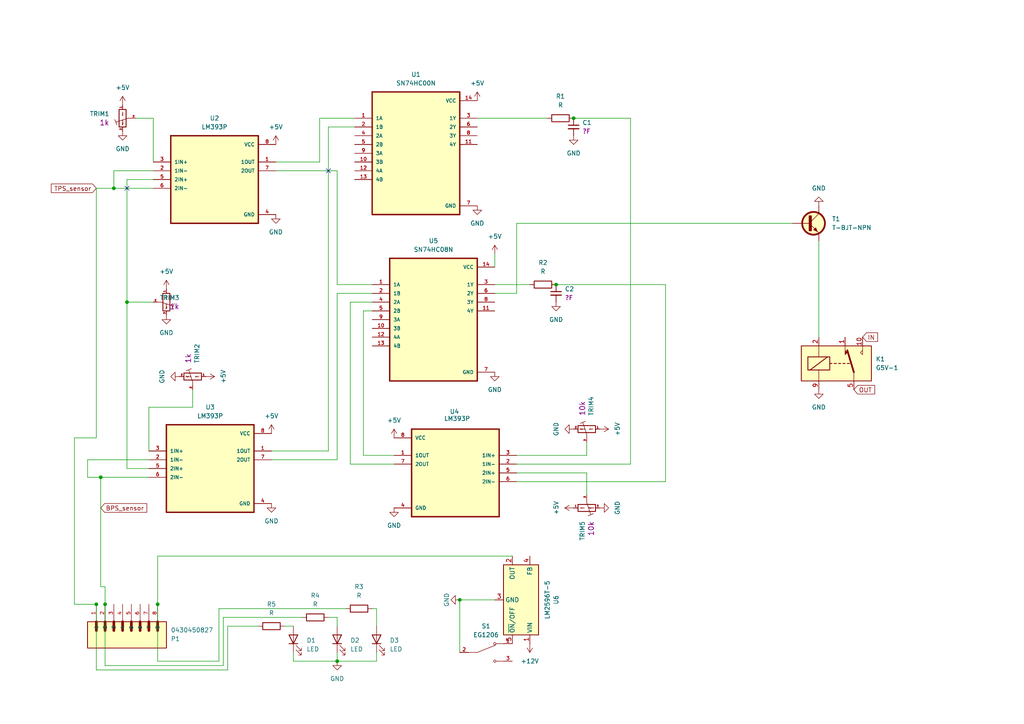
<source format=kicad_sch>
(kicad_sch (version 20250114) (generator "eeschema") (generator_version "9.0")
  (paper "A4")
  (lib_symbols
    (symbol "Device:LED" (pin_numbers (hide yes)) (pin_names (offset 1.016) (hide yes))
      (property "Reference" "D" (at 0 2.54 0))
      (property "Value" "LED" (at 0 -2.54 0))
      (symbol "LED_0_1"
        (polyline (pts (xy -3.048 -0.762) (xy -4.572 -2.286) (xy -3.81 -2.286) (xy -4.572 -2.286) (xy -4.572 -1.524)))
        (polyline (pts (xy -1.778 -0.762) (xy -3.302 -2.286) (xy -2.54 -2.286) (xy -3.302 -2.286) (xy -3.302 -1.524)))
        (polyline (pts (xy -1.27 0) (xy 1.27 0)))
        (polyline (pts (xy -1.27 -1.27) (xy -1.27 1.27)) (stroke (width 0.254)))
        (polyline (pts (xy 1.27 -1.27) (xy 1.27 1.27) (xy -1.27 0) (xy 1.27 -1.27)) (stroke (width 0.254)))
      )
      (symbol "LED_1_1"
        (pin passive line (at -3.81 0 0) (length 2.54) (name "K") (number "1"))
        (pin passive line (at 3.81 0 180) (length 2.54) (name "A") (number "2"))
      )
    )
    (symbol "Device:R" (pin_numbers (hide yes)) (pin_names (offset 0))
      (property "Reference" "R" (at 2.032 0 90))
      (property "Value" "R" (at 0 0 90))
      (symbol "R_0_1"
        (rectangle (start -1.016 -2.54) (end 1.016 2.54) (stroke (width 0.254)))
      )
      (symbol "R_1_1"
        (pin passive line (at 0 3.81 270) (length 1.27) (name "~") (number "1"))
        (pin passive line (at 0 -3.81 90) (length 1.27) (name "~") (number "2"))
      )
    )
    (symbol "EG1206_bspd:EG1206" (pin_names (offset 1.016))
      (property "Reference" "S" (at -2.54 5.08 0))
      (property "Value" "EG1206" (at -2.54 -5.08 0))
      (symbol "EG1206_0_0"
        (polyline (pts (xy -2.54 0) (xy -5.08 0)) (stroke (width 0.1524)))
        (polyline (pts (xy -2.54 0) (xy 2.794 2.1336)) (stroke (width 0.1524)))
        (circle (center 2.54 2.54) (radius 0.3302) (stroke (width 0.1524)))
        (circle (center 2.54 -2.54) (radius 0.3302) (stroke (width 0.1524)))
        (polyline (pts (xy 5.08 2.54) (xy 2.921 2.54)) (stroke (width 0.1524)))
        (polyline (pts (xy 5.08 -2.54) (xy 2.921 -2.54)) (stroke (width 0.1524)))
        (pin passive line (at -7.62 0 0) (length 2.54) (name "~") (number "2"))
        (pin passive line (at 7.62 2.54 180) (length 2.54) (name "~") (number "1"))
        (pin passive line (at 7.62 -2.54 180) (length 2.54) (name "~") (number "3"))
      )
    )
    (symbol "LM393P_bspd:LM393P" (pin_names (offset 1.016))
      (property "Reference" "U" (at -12.7 13.7 0))
      (property "Value" "LM393P" (at -12.7 -16.7 0))
      (symbol "LM393P_0_0"
        (rectangle (start -12.7 -12.7) (end 12.7 12.7) (stroke (width 0.41)) (fill (type background)))
        (pin input line (at -17.78 5.08 0) (length 5.08) (name "1IN+") (number "3"))
        (pin input line (at -17.78 2.54 0) (length 5.08) (name "1IN-") (number "2"))
        (pin input line (at -17.78 0 0) (length 5.08) (name "2IN+") (number "5"))
        (pin input line (at -17.78 -2.54 0) (length 5.08) (name "2IN-") (number "6"))
        (pin power_in line (at 17.78 10.16 180) (length 5.08) (name "VCC") (number "8"))
        (pin output line (at 17.78 5.08 180) (length 5.08) (name "1OUT") (number "1"))
        (pin output line (at 17.78 2.54 180) (length 5.08) (name "2OUT") (number "7"))
        (pin power_in line (at 17.78 -10.16 180) (length 5.08) (name "GND") (number "4"))
      )
    )
    (symbol "Molex_8pin_bspd:0430450827" (pin_names (offset 1.016))
      (property "Reference" "P" (at 0 10.6837 0))
      (property "Value" "0430450827" (at 0 -15.248 0))
      (symbol "0430450827_0_0"
        (polyline (pts (xy 0 7.62) (xy 2.54 7.62)) (stroke (width 0.762)))
        (polyline (pts (xy 0 5.08) (xy 2.54 5.08)) (stroke (width 0.762)))
        (polyline (pts (xy 0 2.54) (xy 2.54 2.54)) (stroke (width 0.762)))
        (polyline (pts (xy 0 0) (xy 2.54 0)) (stroke (width 0.762)))
        (polyline (pts (xy 0 -2.54) (xy 2.54 -2.54)) (stroke (width 0.762)))
        (polyline (pts (xy 0 -5.08) (xy 2.54 -5.08)) (stroke (width 0.762)))
        (polyline (pts (xy 0 -7.62) (xy 2.54 -7.62)) (stroke (width 0.762)))
        (polyline (pts (xy 0 -10.16) (xy 2.54 -10.16)) (stroke (width 0.762)))
        (rectangle (start 0 -12.7) (end 7.62 10.16) (stroke (width 0.254)) (fill (type background)))
        (pin passive line (at -5.08 7.62 0) (length 5.08) (name "1") (number "1"))
        (pin passive line (at -5.08 5.08 0) (length 5.08) (name "2") (number "2"))
        (pin passive line (at -5.08 2.54 0) (length 5.08) (name "3") (number "3"))
        (pin passive line (at -5.08 0 0) (length 5.08) (name "4") (number "4"))
        (pin passive line (at -5.08 -2.54 0) (length 5.08) (name "5") (number "5"))
        (pin passive line (at -5.08 -5.08 0) (length 5.08) (name "6") (number "6"))
        (pin passive line (at -5.08 -7.62 0) (length 5.08) (name "7") (number "7"))
        (pin passive line (at -5.08 -10.16 0) (length 5.08) (name "8") (number "8"))
      )
    )
    (symbol "PCM_4ms_Capacitor:C_Generic" (pin_numbers (hide yes)) (pin_names (offset 0.254) (hide yes))
      (property "Reference" "C" (at 1.905 1.016 0))
      (property "Display" "?F" (at 1.905 -1.27 0))
      (symbol "C_Generic_0_1"
        (polyline (pts (xy -1.524 0.508) (xy 1.524 0.508)) (stroke (width 0.3048)))
        (polyline (pts (xy -1.524 -0.508) (xy 1.524 -0.508)) (stroke (width 0.3302)))
      )
      (symbol "C_Generic_1_1"
        (pin passive line (at 0 2.54 270) (length 2.032) (name "~") (number "1"))
        (pin passive line (at 0 -2.54 90) (length 2.032) (name "~") (number "2"))
      )
    )
    (symbol "PCM_4ms_Potentiometer:TrimPot_T73YEt_1k" (pin_names (offset 1.016) (hide yes))
      (property "Reference" "TRIM" (at -5.08 0.381 90))
      (property "Display" "1k" (at -3.302 0.127 90))
      (symbol "TrimPot_T73YEt_1k_0_1"
        (polyline (pts (xy -2.286 -0.381) (xy -1.651 -1.905)))
        (polyline (pts (xy -1.905 -1.143) (xy 1.524 0)))
        (rectangle (start 1.016 2.54) (end -1.016 -2.54) (stroke (width 0.254)))
        (polyline (pts (xy 2.54 0) (xy 1.524 0)))
      )
      (symbol "TrimPot_T73YEt_1k_1_0"
        (text "Left/1" (at 0 1.27 900) (effects (font (size 0.254 0.254))))
        (text "Right/3" (at 0 -1.27 900) (effects (font (size 0.254 0.254))))
      )
      (symbol "TrimPot_T73YEt_1k_1_1"
        (pin passive line (at 0 3.81 270) (length 1.27) (name "Left") (number "1"))
        (pin passive line (at 0 -3.81 90) (length 1.27) (name "Right") (number "3"))
        (pin passive line (at 3.81 0 180) (length 1.27) (name "Center") (number "2"))
      )
    )
    (symbol "PCM_4ms_Potentiometer:TrimPot_TC33X_1k" (pin_names (offset 1.016) (hide yes))
      (property "Reference" "TRIM" (at -5.08 0.381 90))
      (property "Display" "1k" (at -3.302 0.127 90))
      (symbol "TrimPot_TC33X_1k_0_1"
        (polyline (pts (xy -2.286 -0.381) (xy -1.651 -1.905)))
        (polyline (pts (xy -1.905 -1.143) (xy 1.524 0)))
        (rectangle (start 1.016 2.54) (end -1.016 -2.54) (stroke (width 0.254)))
        (polyline (pts (xy 2.54 0) (xy 1.524 0)))
      )
      (symbol "TrimPot_TC33X_1k_1_0"
        (text "Left/1" (at 0 1.27 900) (effects (font (size 0.254 0.254))))
        (text "Right/3" (at 0 -1.27 900) (effects (font (size 0.254 0.254))))
      )
      (symbol "TrimPot_TC33X_1k_1_1"
        (pin passive line (at 0 3.81 270) (length 1.27) (name "Left") (number "1"))
        (pin passive line (at 0 -3.81 90) (length 1.27) (name "Right") (number "3"))
        (pin passive line (at 3.81 0 180) (length 1.27) (name "Center") (number "2"))
      )
    )
    (symbol "PCM_4ms_Power-symbol:+5V" (power) (pin_names (offset 0))
      (property "Value" "+5V" (at 0 3.556 0))
      (symbol "+5V_0_1"
        (polyline (pts (xy -0.762 1.27) (xy 0 2.54)))
        (polyline (pts (xy 0 2.54) (xy 0.762 1.27)))
        (polyline (pts (xy 0 0) (xy 0 2.54)))
      )
      (symbol "+5V_1_1"
        (pin power_in line (at 0 0 90) (length 0) (hide yes) (name "+5V") (number "1"))
      )
    )
    (symbol "PCM_4ms_Power-symbol:GND" (power) (pin_names (offset 0))
      (property "Value" "GND" (at 0 -3.81 0))
      (symbol "GND_0_1"
        (polyline (pts (xy 0 0) (xy 0 -1.27) (xy 1.27 -1.27) (xy 0 -2.54) (xy -1.27 -1.27) (xy 0 -1.27)))
      )
      (symbol "GND_1_1"
        (pin power_in line (at 0 0 270) (length 0) (hide yes) (name "GND") (number "1"))
      )
    )
    (symbol "PCM_Elektuur:T-BJT-NPN" (pin_numbers (hide yes)) (pin_names (offset 0) (hide yes))
      (property "Reference" "T" (at 3.175 3.81 0))
      (property "Value" "T-BJT-NPN" (at 3.175 -3.81 0))
      (symbol "T-BJT-NPN_1_0"
        (polyline (pts (xy 2.1082 -2.3622) (xy 1.651 -1.27) (xy 1.016 -1.905) (xy 2.1082 -2.3622)) (fill (type outline)))
        (polyline (pts (xy 2.54 2.794) (xy 0.381 0.635)))
        (polyline (pts (xy 2.54 -2.794) (xy 0.381 -0.635)))
        (pin passive line (at -5.08 0 0) (length 4.826) (name "B") (number "2"))
        (pin passive line (at 2.54 5.08 270) (length 2.286) (name "C") (number "1"))
        (pin passive line (at 2.54 -5.08 90) (length 2.286) (name "E") (number "3"))
      )
      (symbol "T-BJT-NPN_1_1"
        (rectangle (start -0.254 2.159) (end 0.381 -2.159) (stroke (width 0.254)) (fill (type outline)))
        (circle (center 1.016 0) (radius 3.302) (stroke (width 0.508)) (fill (type background)))
      )
      (symbol "T-BJT-NPN_1_2"
        (rectangle (start -0.254 2.159) (end 0.381 -2.159) (stroke (width 0.254)) (fill (type outline)))
      )
    )
    (symbol "Regulator_Switching:LM2596T-5"
      (property "Reference" "U" (at -10.16 6.35 0))
      (property "Value" "LM2596T-5" (at 0 6.35 0))
      (symbol "LM2596T-5_0_1"
        (rectangle (start -10.16 5.08) (end 10.16 -5.08) (stroke (width 0.254)) (fill (type background)))
      )
      (symbol "LM2596T-5_1_1"
        (pin power_in line (at -12.7 2.54 0) (length 2.54) (name "VIN") (number "1"))
        (pin input line (at -12.7 -2.54 0) (length 2.54) (name "~{ON}/OFF") (number "5"))
        (pin power_in line (at 0 -7.62 90) (length 2.54) (name "GND") (number "3"))
        (pin input line (at 12.7 2.54 180) (length 2.54) (name "FB") (number "4"))
        (pin output line (at 12.7 -2.54 180) (length 2.54) (name "OUT") (number "2"))
      )
    )
    (symbol "Relay:G5V-1"
      (property "Reference" "K" (at 11.43 3.81 0))
      (property "Value" "G5V-1" (at 11.43 1.27 0))
      (symbol "G5V-1_0_0"
        (polyline (pts (xy 7.62 5.08) (xy 7.62 2.54) (xy 6.985 3.175) (xy 7.62 3.81)))
      )
      (symbol "G5V-1_0_1"
        (rectangle (start -10.16 5.08) (end 10.16 -5.08) (stroke (width 0.254)) (fill (type background)))
        (rectangle (start -8.255 1.905) (end -1.905 -1.905) (stroke (width 0.254)))
        (polyline (pts (xy -7.62 -1.905) (xy -2.54 1.905)) (stroke (width 0.254)))
        (polyline (pts (xy -5.08 5.08) (xy -5.08 1.905)))
        (polyline (pts (xy -5.08 -5.08) (xy -5.08 -1.905)))
        (polyline (pts (xy -1.905 0) (xy -1.27 0)) (stroke (width 0.254)))
        (polyline (pts (xy -0.635 0) (xy 0 0)) (stroke (width 0.254)))
        (polyline (pts (xy 0.635 0) (xy 1.27 0)) (stroke (width 0.254)))
        (polyline (pts (xy 1.905 0) (xy 2.54 0)) (stroke (width 0.254)))
        (polyline (pts (xy 2.54 5.08) (xy 2.54 2.54) (xy 3.175 3.175) (xy 2.54 3.81)) (fill (type outline)))
        (polyline (pts (xy 3.175 0) (xy 3.81 0)) (stroke (width 0.254)))
        (polyline (pts (xy 5.08 -2.54) (xy 3.175 3.81)) (stroke (width 0.508)))
        (polyline (pts (xy 5.08 -2.54) (xy 5.08 -5.08)))
      )
      (symbol "G5V-1_1_1"
        (pin passive line (at -5.08 7.62 270) (length 2.54) (name "~") (number "2"))
        (pin passive line (at -5.08 -7.62 90) (length 2.54) (name "~") (number "9"))
        (pin passive line (at 2.54 7.62 270) (length 2.54) (name "~") (number "1"))
        (pin passive line (at 5.08 -7.62 90) (length 2.54) (name "~") (number "5"))
        (pin passive line (at 5.08 -7.62 90) (length 2.54) (hide yes) (name "~") (number "6"))
        (pin passive line (at 7.62 7.62 270) (length 2.54) (name "~") (number "10"))
      )
    )
    (symbol "SN74HC00N_nand_bspd:SN74HC00N" (pin_names (offset 1.016))
      (property "Reference" "U" (at -12.7 18.78 0))
      (property "Value" "SN74HC00N" (at -12.7 -21.78 0))
      (symbol "SN74HC00N_0_0"
        (rectangle (start -12.7 -17.78) (end 12.7 17.78) (stroke (width 0.41)) (fill (type background)))
        (pin input line (at -17.78 10.16 0) (length 5.08) (name "1A") (number "1"))
        (pin input line (at -17.78 7.62 0) (length 5.08) (name "1B") (number "2"))
        (pin input line (at -17.78 5.08 0) (length 5.08) (name "2A") (number "4"))
        (pin input line (at -17.78 2.54 0) (length 5.08) (name "2B") (number "5"))
        (pin input line (at -17.78 0 0) (length 5.08) (name "3A") (number "9"))
        (pin input line (at -17.78 -2.54 0) (length 5.08) (name "3B") (number "10"))
        (pin input line (at -17.78 -5.08 0) (length 5.08) (name "4A") (number "12"))
        (pin input line (at -17.78 -7.62 0) (length 5.08) (name "4B") (number "13"))
        (pin power_in line (at 17.78 15.24 180) (length 5.08) (name "VCC") (number "14"))
        (pin output line (at 17.78 10.16 180) (length 5.08) (name "1Y") (number "3"))
        (pin output line (at 17.78 7.62 180) (length 5.08) (name "2Y") (number "6"))
        (pin output line (at 17.78 5.08 180) (length 5.08) (name "3Y") (number "8"))
        (pin output line (at 17.78 2.54 180) (length 5.08) (name "4Y") (number "11"))
        (pin power_in line (at 17.78 -15.24 180) (length 5.08) (name "GND") (number "7"))
      )
    )
    (symbol "SN74HC08N_bspd:SN74HC08N" (pin_names (offset 1.016))
      (property "Reference" "U" (at -12.7 18.78 0))
      (property "Value" "SN74HC08N" (at -12.7 -21.78 0))
      (symbol "SN74HC08N_0_0"
        (rectangle (start -12.7 -17.78) (end 12.7 17.78) (stroke (width 0.41)) (fill (type background)))
        (pin input line (at -17.78 10.16 0) (length 5.08) (name "1A") (number "1"))
        (pin input line (at -17.78 7.62 0) (length 5.08) (name "1B") (number "2"))
        (pin input line (at -17.78 5.08 0) (length 5.08) (name "2A") (number "4"))
        (pin input line (at -17.78 2.54 0) (length 5.08) (name "2B") (number "5"))
        (pin input line (at -17.78 0 0) (length 5.08) (name "3A") (number "9"))
        (pin input line (at -17.78 -2.54 0) (length 5.08) (name "3B") (number "10"))
        (pin input line (at -17.78 -5.08 0) (length 5.08) (name "4A") (number "12"))
        (pin input line (at -17.78 -7.62 0) (length 5.08) (name "4B") (number "13"))
        (pin power_in line (at 17.78 15.24 180) (length 5.08) (name "VCC") (number "14"))
        (pin output line (at 17.78 10.16 180) (length 5.08) (name "1Y") (number "3"))
        (pin output line (at 17.78 7.62 180) (length 5.08) (name "2Y") (number "6"))
        (pin output line (at 17.78 5.08 180) (length 5.08) (name "3Y") (number "8"))
        (pin output line (at 17.78 2.54 180) (length 5.08) (name "4Y") (number "11"))
        (pin power_in line (at 17.78 -15.24 180) (length 5.08) (name "GND") (number "7"))
      )
    )
    (symbol "power:+12V" (power) (pin_numbers (hide yes)) (pin_names (offset 0) (hide yes))
      (property "Value" "+12V" (at 0 3.556 0))
      (symbol "+12V_0_1"
        (polyline (pts (xy -0.762 1.27) (xy 0 2.54)))
        (polyline (pts (xy 0 2.54) (xy 0.762 1.27)))
        (polyline (pts (xy 0 0) (xy 0 2.54)))
      )
      (symbol "+12V_1_1"
        (pin power_in line (at 0 0 90) (length 0) (name "~") (number "1"))
      )
    )
  )
  (junction (at 29.21 138.43))
  (junction (at 97.79 191.77))
  (junction (at 161.29 82.55))
  (junction (at 27.94 175.26))
  (junction (at 166.37 34.29))
  (junction (at 45.72 175.26))
  (junction (at 30.48 175.26))
  (junction (at 33.02 54.61))
  (junction (at 133.35 173.99))
  (junction (at 36.83 87.63))
  (no_connect (at 36.83 54.61))
  (no_connect (at 95.25 49.53))
  (wire (pts (xy 92.71 34.29) (xy 102.87 34.29)))
  (wire (pts (xy 101.6 87.63) (xy 107.95 87.63)))
  (wire (pts (xy 170.18 132.08) (xy 149.86 132.08)))
  (wire (pts (xy 25.4 138.43) (xy 25.4 133.35)))
  (wire (pts (xy 109.22 189.23) (xy 109.22 191.77)))
  (wire (pts (xy 27.94 54.61) (xy 33.02 54.61)))
  (wire (pts (xy 63.5 191.77) (xy 45.72 191.77)))
  (wire (pts (xy 149.86 137.16) (xy 170.18 137.16)))
  (wire (pts (xy 39.37 34.29) (xy 44.45 34.29)))
  (wire (pts (xy 114.3 132.08) (xy 105.41 132.08)))
  (wire (pts (xy 64.77 179.07) (xy 64.77 193.04)))
  (wire (pts (xy 66.04 181.61) (xy 66.04 194.31)))
  (wire (pts (xy 45.72 175.26) (xy 45.72 191.77)))
  (wire (pts (xy 133.35 173.99) (xy 133.35 189.23)))
  (wire (pts (xy 109.22 181.61) (xy 109.22 176.53)))
  (wire (pts (xy 29.21 138.43) (xy 29.21 170.18)))
  (wire (pts (xy 33.02 49.53) (xy 33.02 54.61)))
  (wire (pts (xy 80.01 46.99) (xy 92.71 46.99)))
  (wire (pts (xy 44.45 52.07) (xy 36.83 52.07)))
  (wire (pts (xy 182.88 34.29) (xy 182.88 134.62)))
  (wire (pts (xy 63.5 176.53) (xy 63.5 191.77)))
  (wire (pts (xy 25.4 133.35) (xy 43.18 133.35)))
  (wire (pts (xy 55.88 118.11) (xy 43.18 118.11)))
  (wire (pts (xy 30.48 170.18) (xy 30.48 175.26)))
  (wire (pts (xy 105.41 90.17) (xy 107.95 90.17)))
  (wire (pts (xy 237.49 69.85) (xy 237.49 97.79)))
  (wire (pts (xy 64.77 193.04) (xy 30.48 193.04)))
  (wire (pts (xy 97.79 82.55) (xy 107.95 82.55)))
  (wire (pts (xy 45.72 161.29) (xy 45.72 175.26)))
  (wire (pts (xy 43.18 118.11) (xy 43.18 130.81)))
  (wire (pts (xy 92.71 46.99) (xy 92.71 34.29)))
  (wire (pts (xy 95.25 36.83) (xy 102.87 36.83)))
  (wire (pts (xy 85.09 181.61) (xy 82.55 181.61)))
  (wire (pts (xy 148.59 161.29) (xy 45.72 161.29)))
  (wire (pts (xy 30.48 193.04) (xy 30.48 175.26)))
  (wire (pts (xy 143.51 82.55) (xy 153.67 82.55)))
  (wire (pts (xy 97.79 189.23) (xy 97.79 191.77)))
  (wire (pts (xy 97.79 179.07) (xy 97.79 181.61)))
  (wire (pts (xy 95.25 130.81) (xy 95.25 36.83)))
  (wire (pts (xy 149.86 134.62) (xy 182.88 134.62)))
  (wire (pts (xy 97.79 179.07) (xy 95.25 179.07)))
  (wire (pts (xy 149.86 64.77) (xy 229.87 64.77)))
  (wire (pts (xy 29.21 170.18) (xy 30.48 170.18)))
  (wire (pts (xy 143.51 85.09) (xy 149.86 85.09)))
  (wire (pts (xy 36.83 52.07) (xy 36.83 87.63)))
  (wire (pts (xy 27.94 194.31) (xy 27.94 175.26)))
  (wire (pts (xy 170.18 128.27) (xy 170.18 132.08)))
  (wire (pts (xy 97.79 85.09) (xy 107.95 85.09)))
  (wire (pts (xy 193.04 82.55) (xy 193.04 139.7)))
  (wire (pts (xy 161.29 82.55) (xy 193.04 82.55)))
  (wire (pts (xy 66.04 194.31) (xy 27.94 194.31)))
  (wire (pts (xy 105.41 132.08) (xy 105.41 90.17)))
  (wire (pts (xy 27.94 54.61) (xy 27.94 127)))
  (wire (pts (xy 138.43 34.29) (xy 158.75 34.29)))
  (wire (pts (xy 27.94 127) (xy 21.59 127)))
  (wire (pts (xy 100.33 176.53) (xy 63.5 176.53)))
  (wire (pts (xy 55.88 113.03) (xy 55.88 118.11)))
  (wire (pts (xy 87.63 179.07) (xy 64.77 179.07)))
  (wire (pts (xy 78.74 130.81) (xy 95.25 130.81)))
  (wire (pts (xy 43.18 135.89) (xy 36.83 135.89)))
  (wire (pts (xy 21.59 175.26) (xy 27.94 175.26)))
  (wire (pts (xy 166.37 34.29) (xy 182.88 34.29)))
  (wire (pts (xy 29.21 138.43) (xy 25.4 138.43)))
  (wire (pts (xy 36.83 87.63) (xy 44.45 87.63)))
  (wire (pts (xy 44.45 34.29) (xy 44.45 46.99)))
  (wire (pts (xy 101.6 134.62) (xy 101.6 87.63)))
  (wire (pts (xy 149.86 85.09) (xy 149.86 64.77)))
  (wire (pts (xy 74.93 181.61) (xy 66.04 181.61)))
  (wire (pts (xy 80.01 49.53) (xy 97.79 49.53)))
  (wire (pts (xy 33.02 54.61) (xy 44.45 54.61)))
  (wire (pts (xy 85.09 189.23) (xy 85.09 191.77)))
  (wire (pts (xy 78.74 133.35) (xy 97.79 133.35)))
  (wire (pts (xy 85.09 191.77) (xy 97.79 191.77)))
  (wire (pts (xy 97.79 133.35) (xy 97.79 85.09)))
  (wire (pts (xy 97.79 49.53) (xy 97.79 82.55)))
  (wire (pts (xy 109.22 191.77) (xy 97.79 191.77)))
  (wire (pts (xy 36.83 87.63) (xy 36.83 135.89)))
  (wire (pts (xy 170.18 143.51) (xy 170.18 137.16)))
  (wire (pts (xy 29.21 138.43) (xy 43.18 138.43)))
  (wire (pts (xy 133.35 173.99) (xy 143.51 173.99)))
  (wire (pts (xy 143.51 77.47) (xy 143.51 73.66)))
  (wire (pts (xy 109.22 176.53) (xy 107.95 176.53)))
  (wire (pts (xy 149.86 139.7) (xy 193.04 139.7)))
  (wire (pts (xy 21.59 127) (xy 21.59 175.26)))
  (wire (pts (xy 114.3 134.62) (xy 101.6 134.62)))
  (wire (pts (xy 33.02 49.53) (xy 44.45 49.53)))
  (global_label "BPS_sensor" (shape input) (at 29.21 147.32 0) (property "Intersheetrefs" "${INTERSHEET_REFS}" (effects (hide yes))))
  (global_label "TPS_sensor" (shape input) (at 27.94 54.61 180) (property "Intersheetrefs" "${INTERSHEET_REFS}" (effects (hide yes))))
  (global_label "IN" (shape input) (at 250.19 97.79 0) (property "Intersheetrefs" "${INTERSHEET_REFS}" (effects (hide yes))))
  (global_label "OUT" (shape input) (at 247.65 113.03 0) (property "Intersheetrefs" "${INTERSHEET_REFS}" (effects (hide yes))))
  (symbol (lib_id "Device:R") (at 157.48 82.55 270) (unit 1)
    (property "Reference" "R2" (at 157.48 76.2 90))
    (property "Value" "R" (at 157.48 78.74 90))
    (property "Footprint" "PCM_Resistor_THT_AKL:R_Axial_DIN0918_L18.0mm_D9.0mm_P25.40mm_Horizontal" (effects (hide yes)))
    (property "Description" "Resistor" (effects (hide yes)))
  )
  (symbol (lib_id "PCM_4ms_Power-symbol:+5V") (at 78.74 125.73 0) (unit 1)
    (property "Reference" "#PWR018" (effects (hide yes)))
    (property "Value" "+5V" (at 78.74 120.65 0))
  )
  (symbol (lib_id "PCM_4ms_Power-symbol:GND") (at 80.01 62.23 0) (unit 1)
    (property "Reference" "#PWR01" (effects (hide yes)))
    (property "Value" "GND" (at 80.01 67.31 0))
  )
  (symbol (lib_id "Device:LED") (at 109.22 185.42 90) (unit 1)
    (property "Reference" "D3" (at 113.03 185.7374 90) (effects (justify right)))
    (property "Value" "LED" (at 113.03 188.2774 90) (effects (justify right)))
    (property "Footprint" "LED_THT:LED_D5.0mm_Horizontal_O6.35mm_Z9.0mm" (effects (hide yes)))
    (property "Description" "Light emitting diode" (effects (hide yes)))
    (property "Sim.Pins" "1=K 2=A" (effects (hide yes)))
  )
  (symbol (lib_id "PCM_4ms_Power-symbol:+5V") (at 59.69 109.22 270) (unit 1)
    (property "Reference" "#PWR019" (effects (hide yes)))
    (property "Value" "+5V" (at 64.77 109.22 0))
  )
  (symbol (lib_id "PCM_4ms_Potentiometer:TrimPot_T73YEt_1k") (at 170.18 124.46 270) (unit 1)
    (property "Reference" "TRIM4" (at 171.4501 120.65 0) (effects (justify right)))
    (property "Value" "TrimPot_T73YEt_10k" (effects (hide yes)))
    (property "Footprint" "PCM_Potentiometer_THT_AKL_Double:Potentiometer_Bourns_3296W_Vertical" (effects (hide yes)))
    (property "Description" "Trimpot, TH, 10k, single turn, square" (effects (hide yes)))
    (property "Specifications" "Trimpot, TH, 10k, single turn, square" (effects (hide yes)))
    (property "Manufacturer" "Vishay" (effects (hide yes)))
    (property "Part Number" "T73YE102KT20" (effects (hide yes)))
    (property "Display" "10k" (at 168.9101 120.65 0) (effects (font (size 1.524 1.524)) (justify right)))
  )
  (symbol (lib_id "Device:R") (at 91.44 179.07 270) (unit 1)
    (property "Reference" "R4" (at 91.44 172.72 90))
    (property "Value" "R" (at 91.44 175.26 90))
    (property "Footprint" "PCM_Resistor_THT_AKL:R_Axial_DIN0918_L18.0mm_D9.0mm_P25.40mm_Horizontal" (effects (hide yes)))
    (property "Description" "Resistor" (effects (hide yes)))
  )
  (symbol (lib_id "LM393P_bspd:LM393P") (at 132.08 137.16 0) (mirror y) (unit 1)
    (property "Reference" "U4" (at 131.826 119.38 0))
    (property "Value" "LM393P" (at 132.588 121.412 0))
    (property "Footprint" "LM393P:DIP794W45P254L959H508Q8" (effects (hide yes)))
    (property "MF" "Texas Instruments" (effects (hide yes)))
    (property "Description_1" "Dual differential comparator, commercial grade" (effects (hide yes)))
    (property "Package" "PDIP-8 Texas" (effects (hide yes)))
    (property "Price" "None" (effects (hide yes)))
    (property "SnapEDA_Link" "https://www.snapeda.com/parts/LM393P/Texas+Instruments/view-part/?ref=snap" (effects (hide yes)))
    (property "MP" "LM393P" (effects (hide yes)))
    (property "Availability" "In Stock" (effects (hide yes)))
    (property "Check_prices" "https://www.snapeda.com/parts/LM393P/Texas+Instruments/view-part/?ref=eda" (effects (hide yes)))
  )
  (symbol (lib_id "PCM_4ms_Power-symbol:+5V") (at 114.3 127 0) (unit 1)
    (property "Reference" "#PWR09" (effects (hide yes)))
    (property "Value" "+5V" (at 114.3 121.92 0))
  )
  (symbol (lib_id "PCM_4ms_Potentiometer:TrimPot_T73YEt_1k") (at 170.18 147.32 90) (unit 1)
    (property "Reference" "TRIM5" (at 168.9099 151.13 0) (effects (justify right)))
    (property "Value" "TrimPot_T73YEt_10k" (effects (hide yes)))
    (property "Footprint" "PCM_Potentiometer_THT_AKL_Double:Potentiometer_Bourns_3296W_Vertical" (effects (hide yes)))
    (property "Description" "Trimpot, TH, 10k, single turn, square" (effects (hide yes)))
    (property "Specifications" "Trimpot, TH, 10k, single turn, square" (effects (hide yes)))
    (property "Manufacturer" "Vishay" (effects (hide yes)))
    (property "Part Number" "T73YE102KT20" (effects (hide yes)))
    (property "Display" "10k" (at 171.4499 151.13 0) (effects (font (size 1.524 1.524)) (justify right)))
  )
  (symbol (lib_id "Relay:G5V-1") (at 242.57 105.41 0) (unit 1)
    (property "Reference" "K1" (at 254 104.1399 0) (effects (justify left)))
    (property "Value" "G5V-1" (at 254 106.6799 0) (effects (justify left)))
    (property "Footprint" "Relay_THT:Relay_SPDT_Omron_G5V-1" (effects (hide yes)))
    (property "Datasheet" "http://omronfs.omron.com/en_US/ecb/products/pdf/en-g5v_1.pdf" (effects (hide yes)))
    (property "Description" "Ultra-miniature, Highly Sensitive SPDT Relay for Signal Circuits" (effects (hide yes)))
  )
  (symbol (lib_id "Device:R") (at 78.74 181.61 270) (unit 1)
    (property "Reference" "R5" (at 78.74 175.26 90))
    (property "Value" "R" (at 78.74 177.8 90))
    (property "Footprint" "PCM_Resistor_THT_AKL:R_Axial_DIN0918_L18.0mm_D9.0mm_P25.40mm_Horizontal" (effects (hide yes)))
    (property "Description" "Resistor" (effects (hide yes)))
  )
  (symbol (lib_id "PCM_4ms_Power-symbol:GND") (at 133.35 173.99 270) (unit 1)
    (property "Reference" "#PWR026" (effects (hide yes)))
    (property "Value" "GND" (at 129.54 173.99 0))
  )
  (symbol (lib_id "PCM_4ms_Power-symbol:+5V") (at 173.99 124.46 270) (unit 1)
    (property "Reference" "#PWR021" (effects (hide yes)))
    (property "Value" "+5V" (at 179.07 124.46 0))
  )
  (symbol (lib_id "PCM_4ms_Power-symbol:GND") (at 166.37 39.37 0) (unit 1)
    (property "Reference" "#PWR023" (effects (hide yes)))
    (property "Value" "GND" (at 166.37 44.45 0))
  )
  (symbol (lib_id "PCM_4ms_Power-symbol:GND") (at 114.3 147.32 0) (unit 1)
    (property "Reference" "#PWR05" (effects (hide yes)))
    (property "Value" "GND" (at 114.3 152.4 0))
  )
  (symbol (lib_id "PCM_4ms_Power-symbol:GND") (at 237.49 113.03 0) (unit 1)
    (property "Reference" "#PWR015" (effects (hide yes)))
    (property "Value" "GND" (at 237.49 118.11 0))
  )
  (symbol (lib_id "PCM_4ms_Power-symbol:GND") (at 48.26 91.44 0) (mirror y) (unit 1)
    (property "Reference" "#PWR013" (effects (hide yes)))
    (property "Value" "GND" (at 48.26 96.52 0))
  )
  (symbol (lib_id "SN74HC00N_nand_bspd:SN74HC00N") (at 120.65 44.45 0) (unit 1)
    (property "Reference" "U1" (at 120.65 21.59 0))
    (property "Value" "SN74HC00N" (at 120.65 24.13 0))
    (property "Footprint" "SN74HC00N:DIP794W45P254L1969H508Q14" (effects (hide yes)))
    (property "SnapEDA_Link" "https://www.snapeda.com/parts/SN74HC00N/Texas+Instruments/view-part/?ref=snap" (effects (hide yes)))
    (property "Description_1" "4-ch, 2-input, 2-V to 6-V 5.2 mA drive strength NAND gate" (effects (hide yes)))
    (property "MF" "Texas Instruments" (effects (hide yes)))
    (property "Package" "PDIP-14 Texas Instruments" (effects (hide yes)))
    (property "Check_prices" "https://www.snapeda.com/parts/SN74HC00N/Texas+Instruments/view-part/?ref=eda" (effects (hide yes)))
    (property "MP" "SN74HC00N" (effects (hide yes)))
  )
  (symbol (lib_id "PCM_4ms_Power-symbol:GND") (at 97.79 191.77 0) (unit 1)
    (property "Reference" "#PWR027" (effects (hide yes)))
    (property "Value" "GND" (at 97.79 196.85 0))
  )
  (symbol (lib_id "LM393P_bspd:LM393P") (at 60.96 135.89 0) (unit 1)
    (property "Reference" "U3" (at 60.96 118.11 0))
    (property "Value" "LM393P" (at 60.96 120.65 0))
    (property "Footprint" "LM393P:DIP794W45P254L959H508Q8" (effects (hide yes)))
    (property "MF" "Texas Instruments" (effects (hide yes)))
    (property "Description_1" "Dual differential comparator, commercial grade" (effects (hide yes)))
    (property "Package" "PDIP-8 Texas" (effects (hide yes)))
    (property "Price" "None" (effects (hide yes)))
    (property "SnapEDA_Link" "https://www.snapeda.com/parts/LM393P/Texas+Instruments/view-part/?ref=snap" (effects (hide yes)))
    (property "MP" "LM393P" (effects (hide yes)))
    (property "Availability" "In Stock" (effects (hide yes)))
    (property "Check_prices" "https://www.snapeda.com/parts/LM393P/Texas+Instruments/view-part/?ref=eda" (effects (hide yes)))
  )
  (symbol (lib_id "PCM_4ms_Power-symbol:GND") (at 173.99 147.32 90) (unit 1)
    (property "Reference" "#PWR014" (effects (hide yes)))
    (property "Value" "GND" (at 179.07 147.32 0))
  )
  (symbol (lib_id "Device:LED") (at 97.79 185.42 90) (unit 1)
    (property "Reference" "D2" (at 101.6 185.7374 90) (effects (justify right)))
    (property "Value" "LED" (at 101.6 188.2774 90) (effects (justify right)))
    (property "Footprint" "LED_THT:LED_D5.0mm_Horizontal_O6.35mm_Z9.0mm" (effects (hide yes)))
    (property "Description" "Light emitting diode" (effects (hide yes)))
    (property "Sim.Pins" "1=K 2=A" (effects (hide yes)))
  )
  (symbol (lib_id "PCM_4ms_Power-symbol:+5V") (at 166.37 147.32 90) (unit 1)
    (property "Reference" "#PWR020" (effects (hide yes)))
    (property "Value" "+5V" (at 161.29 147.32 0))
  )
  (symbol (lib_id "PCM_4ms_Potentiometer:TrimPot_T73YEt_1k") (at 48.26 87.63 0) (mirror y) (unit 1)
    (property "Reference" "TRIM3" (at 52.07 86.3599 0) (effects (justify left)))
    (property "Value" "TrimPot_T73YEt_1k" (effects (hide yes)))
    (property "Footprint" "PCM_Potentiometer_THT_AKL_Double:Potentiometer_Bourns_3296W_Vertical" (effects (hide yes)))
    (property "Description" "Trimpot, TH, 1k, single turn, square" (effects (hide yes)))
    (property "Specifications" "Trimpot, TH, 1k, single turn, square" (effects (hide yes)))
    (property "Manufacturer" "Vishay" (effects (hide yes)))
    (property "Part Number" "T73YE102KT20" (effects (hide yes)))
    (property "Display" "1k" (at 52.07 88.8999 0) (effects (font (size 1.524 1.524)) (justify left)))
  )
  (symbol (lib_id "PCM_4ms_Power-symbol:GND") (at 166.37 124.46 270) (unit 1)
    (property "Reference" "#PWR022" (effects (hide yes)))
    (property "Value" "GND" (at 161.29 124.46 0))
  )
  (symbol (lib_id "PCM_4ms_Power-symbol:GND") (at 237.49 59.69 180) (unit 1)
    (property "Reference" "#PWR010" (effects (hide yes)))
    (property "Value" "GND" (at 237.49 54.61 0))
  )
  (symbol (lib_id "Molex_8pin_bspd:0430450827") (at 35.56 180.34 90) (mirror x) (unit 1)
    (property "Reference" "P1" (at 49.53 185.2931 90) (effects (justify right)))
    (property "Value" "0430450827" (at 49.53 182.7531 90) (effects (justify right)))
    (property "Footprint" "Connector_Molex:Molex_Mega-Fit_76825-0008_2x04_P5.70mm_Horizontal" (effects (hide yes)))
    (property "MF" "Molex" (effects (hide yes)))
    (property "Description_1" "Micro-fit 3.0 Connector, 8 Circuit Dual Row, Vertical Throughhole PCB, Metal Retention Clip" (effects (hide yes)))
    (property "Package" "None" (effects (hide yes)))
    (property "Price" "None" (effects (hide yes)))
    (property "Check_prices" "https://www.snapeda.com/parts/0430450827/Molex/view-part/?ref=eda" (effects (hide yes)))
    (property "SnapEDA_Link" "https://www.snapeda.com/parts/0430450827/Molex/view-part/?ref=snap" (effects (hide yes)))
    (property "MP" "0430450827" (effects (hide yes)))
    (property "Availability" "In Stock" (effects (hide yes)))
    (property "MANUFACTURER" "Molex" (effects (hide yes)))
  )
  (symbol (lib_id "PCM_4ms_Power-symbol:+5V") (at 48.26 83.82 0) (mirror y) (unit 1)
    (property "Reference" "#PWR017" (effects (hide yes)))
    (property "Value" "+5V" (at 48.26 78.74 0))
  )
  (symbol (lib_id "PCM_Elektuur:T-BJT-NPN") (at 234.95 64.77 0) (unit 1)
    (property "Reference" "T1" (at 241.3 63.4999 0) (effects (justify left)))
    (property "Value" "T-BJT-NPN" (at 241.3 66.0399 0) (effects (justify left)))
    (property "Footprint" "PCM_Package_TO_SOT_THT_AKL_OneLayer:TO-92L_ECB" (effects (hide yes)))
    (property "Description" "bipolar junction transistor (BJT): NPN" (effects (hide yes)))
    (property "Sim.Pins" "1=1 2=2 3=3" (effects (hide yes)))
    (property "Sim.Device" "SPICE" (effects (hide yes)))
    (property "Sim.Params" "type=\"Q\" model=\"Q\" lib=\"semiconductor.lib\"" (effects (hide yes)))
  )
  (symbol (lib_id "PCM_4ms_Power-symbol:GND") (at 35.56 38.1 0) (unit 1)
    (property "Reference" "#PWR012" (effects (hide yes)))
    (property "Value" "GND" (at 35.56 43.18 0))
  )
  (symbol (lib_id "PCM_4ms_Potentiometer:TrimPot_T73YEt_1k") (at 55.88 109.22 270) (unit 1)
    (property "Reference" "TRIM2" (at 57.1501 105.41 0) (effects (justify right)))
    (property "Value" "TrimPot_T73YEt_1k" (effects (hide yes)))
    (property "Footprint" "PCM_Potentiometer_THT_AKL_Double:Potentiometer_Bourns_3296W_Vertical" (effects (hide yes)))
    (property "Description" "Trimpot, TH, 1k, single turn, square" (effects (hide yes)))
    (property "Specifications" "Trimpot, TH, 1k, single turn, square" (effects (hide yes)))
    (property "Manufacturer" "Vishay" (effects (hide yes)))
    (property "Part Number" "T73YE102KT20" (effects (hide yes)))
    (property "Display" "1k" (at 54.6101 105.41 0) (effects (font (size 1.524 1.524)) (justify right)))
  )
  (symbol (lib_id "PCM_4ms_Power-symbol:GND") (at 143.51 107.95 0) (unit 1)
    (property "Reference" "#PWR04" (effects (hide yes)))
    (property "Value" "GND" (at 143.51 113.03 0))
  )
  (symbol (lib_id "PCM_4ms_Capacitor:C_Generic") (at 161.29 85.09 0) (unit 1)
    (property "Reference" "C2" (at 163.83 83.8262 0) (effects (justify left)))
    (property "Value" "C_Generic" (effects (hide yes)))
    (property "Footprint" "Capacitor_THT:C_Disc_D12.5mm_W5.0mm_P10.00mm" (effects (hide yes)))
    (property "Display" "?F" (at 163.83 86.3662 0) (effects (justify left)))
  )
  (symbol (lib_id "PCM_4ms_Capacitor:C_Generic") (at 166.37 36.83 0) (unit 1)
    (property "Reference" "C1" (at 168.91 35.5662 0) (effects (justify left)))
    (property "Value" "C_Generic" (effects (hide yes)))
    (property "Footprint" "Capacitor_THT:C_Disc_D12.5mm_W5.0mm_P10.00mm" (effects (hide yes)))
    (property "Display" "?F" (at 168.91 38.1062 0) (effects (justify left)))
  )
  (symbol (lib_id "PCM_4ms_Potentiometer:TrimPot_TC33X_1k") (at 35.56 34.29 0) (unit 1)
    (property "Reference" "TRIM1" (at 31.75 33.0199 0) (effects (justify right)))
    (property "Value" "TrimPot_TC33X_1k" (effects (hide yes)))
    (property "Footprint" "PCM_Potentiometer_THT_AKL_Double:Potentiometer_Bourns_3296W_Vertical" (effects (hide yes)))
    (property "Description" "Trimpot 1k SMT" (effects (hide yes)))
    (property "Specifications" "Pot_Trim_SMT" (effects (hide yes)))
    (property "Manufacturer" "Bourns" (effects (hide yes)))
    (property "Part Number" "TC33X-2-102G" (effects (hide yes)))
    (property "Display" "1k" (at 31.75 35.5599 0) (effects (font (size 1.524 1.524)) (justify right)))
  )
  (symbol (lib_id "PCM_4ms_Power-symbol:GND") (at 161.29 87.63 0) (unit 1)
    (property "Reference" "#PWR024" (effects (hide yes)))
    (property "Value" "GND" (at 161.29 92.71 0))
  )
  (symbol (lib_id "power:+12V") (at 153.67 186.69 180) (unit 1)
    (property "Reference" "#PWR025" (effects (hide yes)))
    (property "Value" "+12V" (at 153.67 191.77 0))
    (property "Description" "Power symbol creates a global label with name \"+12V\"" (effects (hide yes)))
  )
  (symbol (lib_id "PCM_4ms_Power-symbol:+5V") (at 35.56 30.48 0) (unit 1)
    (property "Reference" "#PWR016" (effects (hide yes)))
    (property "Value" "+5V" (at 35.56 25.4 0))
  )
  (symbol (lib_id "PCM_4ms_Power-symbol:GND") (at 78.74 146.05 0) (unit 1)
    (property "Reference" "#PWR03" (effects (hide yes)))
    (property "Value" "GND" (at 78.74 151.13 0))
  )
  (symbol (lib_id "Device:R") (at 104.14 176.53 270) (unit 1)
    (property "Reference" "R3" (at 104.14 170.18 90))
    (property "Value" "R" (at 104.14 172.72 90))
    (property "Footprint" "PCM_Resistor_THT_AKL:R_Axial_DIN0918_L18.0mm_D9.0mm_P25.40mm_Horizontal" (effects (hide yes)))
    (property "Description" "Resistor" (effects (hide yes)))
  )
  (symbol (lib_id "Regulator_Switching:LM2596T-5") (at 151.13 173.99 270) (mirror x) (unit 1)
    (property "Reference" "U6" (at 161.29 173.99 0))
    (property "Value" "LM2596T-5" (at 158.75 173.99 0))
    (property "Footprint" "PCM_Package_TO_SOT_THT_AKL:TO-220F-5_P3.4x2.06mm_StaggerEven_Lead1.86mm_Vertical" (effects (hide yes)))
    (property "Datasheet" "http://www.ti.com/lit/ds/symlink/lm2596.pdf" (effects (hide yes)))
    (property "Description" "5V 3A 150kHz Step-Down Voltage Regulator, TO-220" (effects (hide yes)))
  )
  (symbol (lib_id "PCM_4ms_Power-symbol:+5V") (at 143.51 73.66 0) (unit 1)
    (property "Reference" "#PWR08" (effects (hide yes)))
    (property "Value" "+5V" (at 143.51 68.58 0))
  )
  (symbol (lib_id "PCM_4ms_Power-symbol:+5V") (at 138.43 29.21 0) (unit 1)
    (property "Reference" "#PWR07" (effects (hide yes)))
    (property "Value" "+5V" (at 138.43 24.13 0))
  )
  (symbol (lib_id "Device:LED") (at 85.09 185.42 90) (unit 1)
    (property "Reference" "D1" (at 88.9 185.7374 90) (effects (justify right)))
    (property "Value" "LED" (at 88.9 188.2774 90) (effects (justify right)))
    (property "Footprint" "LED_THT:LED_D5.0mm_Horizontal_O6.35mm_Z9.0mm" (effects (hide yes)))
    (property "Description" "Light emitting diode" (effects (hide yes)))
    (property "Sim.Pins" "1=K 2=A" (effects (hide yes)))
  )
  (symbol (lib_id "PCM_4ms_Power-symbol:GND") (at 138.43 59.69 0) (unit 1)
    (property "Reference" "#PWR02" (effects (hide yes)))
    (property "Value" "GND" (at 138.43 64.77 0))
  )
  (symbol (lib_id "LM393P_bspd:LM393P") (at 62.23 52.07 0) (unit 1)
    (property "Reference" "U2" (at 62.23 34.29 0))
    (property "Value" "LM393P" (at 62.23 36.83 0))
    (property "Footprint" "LM393P:DIP794W45P254L959H508Q8" (effects (hide yes)))
    (property "MF" "Texas Instruments" (effects (hide yes)))
    (property "Description_1" "Dual differential comparator, commercial grade" (effects (hide yes)))
    (property "Package" "PDIP-8 Texas" (effects (hide yes)))
    (property "Price" "None" (effects (hide yes)))
    (property "SnapEDA_Link" "https://www.snapeda.com/parts/LM393P/Texas+Instruments/view-part/?ref=snap" (effects (hide yes)))
    (property "MP" "LM393P" (effects (hide yes)))
    (property "Availability" "In Stock" (effects (hide yes)))
    (property "Check_prices" "https://www.snapeda.com/parts/LM393P/Texas+Instruments/view-part/?ref=eda" (effects (hide yes)))
  )
  (symbol (lib_id "SN74HC08N_bspd:SN74HC08N") (at 125.73 92.71 0) (unit 1)
    (property "Reference" "U5" (at 125.73 69.85 0))
    (property "Value" "SN74HC08N" (at 125.73 72.39 0))
    (property "Footprint" "SN74HC08N:DIP794W45P254L1969H508Q14" (effects (hide yes)))
    (property "DigiKey_Part_Number" "2156-SN74HC08N-ND" (effects (hide yes)))
    (property "SnapEDA_Link" "https://www.snapeda.com/parts/SN74HC08N/Texas+Instruments/view-part/?ref=snap" (effects (hide yes)))
    (property "Description_1" "4-ch, 2-input, 2-V to 6-V 5.2 mA drive strength AND gate" (effects (hide yes)))
    (property "MF" "Texas Instruments" (effects (hide yes)))
    (property "Package" "PDIP-14 Texas Instruments" (effects (hide yes)))
    (property "Check_prices" "https://www.snapeda.com/parts/SN74HC08N/Texas+Instruments/view-part/?ref=eda" (effects (hide yes)))
    (property "MP" "SN74HC08N" (effects (hide yes)))
  )
  (symbol (lib_id "PCM_4ms_Power-symbol:+5V") (at 80.01 41.91 0) (unit 1)
    (property "Reference" "#PWR06" (effects (hide yes)))
    (property "Value" "+5V" (at 80.01 36.83 0))
  )
  (symbol (lib_id "Device:R") (at 162.56 34.29 270) (unit 1)
    (property "Reference" "R1" (at 162.56 27.94 90))
    (property "Value" "R" (at 162.56 30.48 90))
    (property "Footprint" "PCM_Resistor_THT_AKL:R_Axial_DIN0918_L18.0mm_D9.0mm_P25.40mm_Horizontal" (effects (hide yes)))
    (property "Description" "Resistor" (effects (hide yes)))
  )
  (symbol (lib_id "PCM_4ms_Power-symbol:GND") (at 52.07 109.22 270) (unit 1)
    (property "Reference" "#PWR011" (effects (hide yes)))
    (property "Value" "GND" (at 46.99 109.22 0))
  )
  (symbol (lib_id "EG1206_bspd:EG1206") (at 140.97 189.23 0) (unit 1)
    (property "Reference" "S1" (at 140.97 181.61 0))
    (property "Value" "EG1206" (at 140.97 184.15 0))
    (property "Footprint" "Button_Switch_THT:SW_E-Switch_EG1224_SPDT_Angled" (effects (hide yes)))
    (property "MF" "E-Switch" (effects (hide yes)))
    (property "MAXIMUM_PACKAGE_HEIGHT" "6 mm" (effects (hide yes)))
    (property "Package" "None" (effects (hide yes)))
    (property "Price" "None" (effects (hide yes)))
    (property "Check_prices" "https://www.snapeda.com/parts/EG1206/E-Switch/view-part/?ref=eda" (effects (hide yes)))
    (property "STANDARD" "Manufacturer Recommendations" (effects (hide yes)))
    (property "PARTREV" "B" (effects (hide yes)))
    (property "SnapEDA_Link" "https://www.snapeda.com/parts/EG1206/E-Switch/view-part/?ref=snap" (effects (hide yes)))
    (property "MP" "EG1206" (effects (hide yes)))
    (property "Description_1" "SWITCH SLIDE SPDT 200MA 30V" (effects (hide yes)))
    (property "MANUFACTURER" "E-Switch" (effects (hide yes)))
    (property "Availability" "In Stock" (effects (hide yes)))
    (property "SNAPEDA_PN" "EG1206" (effects (hide yes)))
  )
)
</source>
